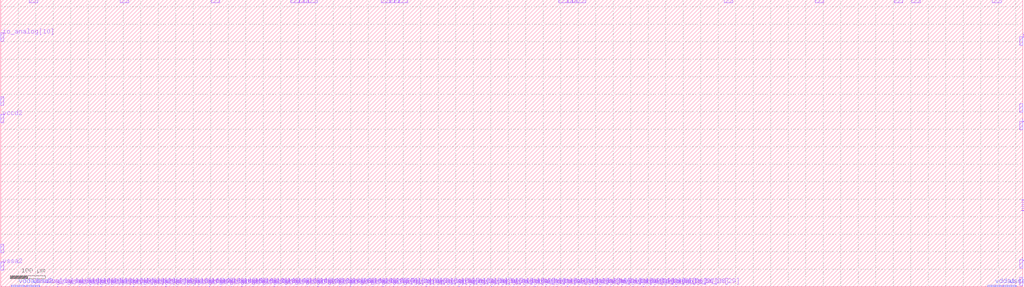
<source format=lef>
VERSION 5.8 ;
BUSBITCHARS "[]" ;
DIVIDERCHAR "/" ;
UNITS
  DATABASE MICRONS 1000 ;
END UNITS

MACRO analog_area
  FOREIGN analog_area ;


  SIZE 2920 BY 820 ;
  CLASS BLOCK ;
  PIN analog_la_out[0]
    DIRECTION inout ;
    USE signal ;
    SHAPE ABUTMENT ;
    PORT
      LAYER met3 ;
      RECT 100.0
           0.0
           100.56
           2.0 ;
    END
  END analog_la_out[0]
  PIN analog_la_out[1]
    DIRECTION inout ;
    USE signal ;
    SHAPE ABUTMENT ;
    PORT
      LAYER met3 ;
      RECT 131.0
           0.0
           131.56
           2.0 ;
    END
  END analog_la_out[1]
  PIN analog_la_out[2]
    DIRECTION inout ;
    USE signal ;
    SHAPE ABUTMENT ;
    PORT
      LAYER met3 ;
      RECT 162.0
           0.0
           162.56
           2.0 ;
    END
  END analog_la_out[2]
  PIN analog_la_out[3]
    DIRECTION inout ;
    USE signal ;
    SHAPE ABUTMENT ;
    PORT
      LAYER met3 ;
      RECT 193.0
           0.0
           193.56
           2.0 ;
    END
  END analog_la_out[3]
  PIN analog_la_out[4]
    DIRECTION inout ;
    USE signal ;
    SHAPE ABUTMENT ;
    PORT
      LAYER met3 ;
      RECT 224.0
           0.0
           224.56
           2.0 ;
    END
  END analog_la_out[4]
  PIN analog_la_out[5]
    DIRECTION inout ;
    USE signal ;
    SHAPE ABUTMENT ;
    PORT
      LAYER met3 ;
      RECT 255.0
           0.0
           255.56
           2.0 ;
    END
  END analog_la_out[5]
  PIN analog_la_out[6]
    DIRECTION inout ;
    USE signal ;
    SHAPE ABUTMENT ;
    PORT
      LAYER met3 ;
      RECT 286.0
           0.0
           286.56
           2.0 ;
    END
  END analog_la_out[6]
  PIN analog_la_out[7]
    DIRECTION inout ;
    USE signal ;
    SHAPE ABUTMENT ;
    PORT
      LAYER met3 ;
      RECT 317.0
           0.0
           317.56
           2.0 ;
    END
  END analog_la_out[7]
  PIN analog_la_out[8]
    DIRECTION inout ;
    USE signal ;
    SHAPE ABUTMENT ;
    PORT
      LAYER met3 ;
      RECT 348.0
           0.0
           348.56
           2.0 ;
    END
  END analog_la_out[8]
  PIN analog_la_out[9]
    DIRECTION inout ;
    USE signal ;
    SHAPE ABUTMENT ;
    PORT
      LAYER met3 ;
      RECT 379.0
           0.0
           379.56
           2.0 ;
    END
  END analog_la_out[9]
  PIN analog_la_out[10]
    DIRECTION inout ;
    USE signal ;
    SHAPE ABUTMENT ;
    PORT
      LAYER met3 ;
      RECT 410.0
           0.0
           410.56
           2.0 ;
    END
  END analog_la_out[10]
  PIN analog_la_out[11]
    DIRECTION inout ;
    USE signal ;
    SHAPE ABUTMENT ;
    PORT
      LAYER met3 ;
      RECT 441.0
           0.0
           441.56
           2.0 ;
    END
  END analog_la_out[11]
  PIN analog_la_out[12]
    DIRECTION inout ;
    USE signal ;
    SHAPE ABUTMENT ;
    PORT
      LAYER met3 ;
      RECT 472.0
           0.0
           472.56
           2.0 ;
    END
  END analog_la_out[12]
  PIN analog_la_out[13]
    DIRECTION inout ;
    USE signal ;
    SHAPE ABUTMENT ;
    PORT
      LAYER met3 ;
      RECT 503.0
           0.0
           503.56
           2.0 ;
    END
  END analog_la_out[13]
  PIN analog_la_out[14]
    DIRECTION inout ;
    USE signal ;
    SHAPE ABUTMENT ;
    PORT
      LAYER met3 ;
      RECT 534.0
           0.0
           534.56
           2.0 ;
    END
  END analog_la_out[14]
  PIN analog_la_out[15]
    DIRECTION inout ;
    USE signal ;
    SHAPE ABUTMENT ;
    PORT
      LAYER met3 ;
      RECT 565.0
           0.0
           565.56
           2.0 ;
    END
  END analog_la_out[15]
  PIN analog_la_out[16]
    DIRECTION inout ;
    USE signal ;
    SHAPE ABUTMENT ;
    PORT
      LAYER met3 ;
      RECT 596.0
           0.0
           596.56
           2.0 ;
    END
  END analog_la_out[16]
  PIN analog_la_out[17]
    DIRECTION inout ;
    USE signal ;
    SHAPE ABUTMENT ;
    PORT
      LAYER met3 ;
      RECT 627.0
           0.0
           627.56
           2.0 ;
    END
  END analog_la_out[17]
  PIN analog_la_out[18]
    DIRECTION inout ;
    USE signal ;
    SHAPE ABUTMENT ;
    PORT
      LAYER met3 ;
      RECT 658.0
           0.0
           658.56
           2.0 ;
    END
  END analog_la_out[18]
  PIN analog_la_out[19]
    DIRECTION inout ;
    USE signal ;
    SHAPE ABUTMENT ;
    PORT
      LAYER met3 ;
      RECT 689.0
           0.0
           689.56
           2.0 ;
    END
  END analog_la_out[19]
  PIN analog_la_out[20]
    DIRECTION inout ;
    USE signal ;
    SHAPE ABUTMENT ;
    PORT
      LAYER met3 ;
      RECT 720.0
           0.0
           720.56
           2.0 ;
    END
  END analog_la_out[20]
  PIN analog_la_out[21]
    DIRECTION inout ;
    USE signal ;
    SHAPE ABUTMENT ;
    PORT
      LAYER met3 ;
      RECT 751.0
           0.0
           751.56
           2.0 ;
    END
  END analog_la_out[21]
  PIN analog_la_out[22]
    DIRECTION inout ;
    USE signal ;
    SHAPE ABUTMENT ;
    PORT
      LAYER met3 ;
      RECT 782.0
           0.0
           782.56
           2.0 ;
    END
  END analog_la_out[22]
  PIN analog_la_out[23]
    DIRECTION inout ;
    USE signal ;
    SHAPE ABUTMENT ;
    PORT
      LAYER met3 ;
      RECT 813.0
           0.0
           813.56
           2.0 ;
    END
  END analog_la_out[23]
  PIN analog_la_out[24]
    DIRECTION inout ;
    USE signal ;
    SHAPE ABUTMENT ;
    PORT
      LAYER met3 ;
      RECT 844.0
           0.0
           844.56
           2.0 ;
    END
  END analog_la_out[24]
  PIN analog_la_out[25]
    DIRECTION inout ;
    USE signal ;
    SHAPE ABUTMENT ;
    PORT
      LAYER met3 ;
      RECT 875.0
           0.0
           875.56
           2.0 ;
    END
  END analog_la_out[25]
  PIN analog_la_out[26]
    DIRECTION inout ;
    USE signal ;
    SHAPE ABUTMENT ;
    PORT
      LAYER met3 ;
      RECT 906.0
           0.0
           906.56
           2.0 ;
    END
  END analog_la_out[26]
  PIN analog_la_out[27]
    DIRECTION inout ;
    USE signal ;
    SHAPE ABUTMENT ;
    PORT
      LAYER met3 ;
      RECT 937.0
           0.0
           937.56
           2.0 ;
    END
  END analog_la_out[27]
  PIN analog_la_out[28]
    DIRECTION inout ;
    USE signal ;
    SHAPE ABUTMENT ;
    PORT
      LAYER met3 ;
      RECT 968.0
           0.0
           968.56
           2.0 ;
    END
  END analog_la_out[28]
  PIN analog_la_out[29]
    DIRECTION inout ;
    USE signal ;
    SHAPE ABUTMENT ;
    PORT
      LAYER met3 ;
      RECT 999.0
           0.0
           999.56
           2.0 ;
    END
  END analog_la_out[29]
  PIN analog_la_in[0]
    DIRECTION inout ;
    USE signal ;
    SHAPE ABUTMENT ;
    PORT
      LAYER met3 ;
      RECT 1030.0
           0.0
           1030.56
           2.0 ;
    END
  END analog_la_in[0]
  PIN analog_la_in[1]
    DIRECTION inout ;
    USE signal ;
    SHAPE ABUTMENT ;
    PORT
      LAYER met3 ;
      RECT 1061.0
           0.0
           1061.56
           2.0 ;
    END
  END analog_la_in[1]
  PIN analog_la_in[2]
    DIRECTION inout ;
    USE signal ;
    SHAPE ABUTMENT ;
    PORT
      LAYER met3 ;
      RECT 1092.0
           0.0
           1092.56
           2.0 ;
    END
  END analog_la_in[2]
  PIN analog_la_in[3]
    DIRECTION inout ;
    USE signal ;
    SHAPE ABUTMENT ;
    PORT
      LAYER met3 ;
      RECT 1123.0
           0.0
           1123.56
           2.0 ;
    END
  END analog_la_in[3]
  PIN analog_la_in[4]
    DIRECTION inout ;
    USE signal ;
    SHAPE ABUTMENT ;
    PORT
      LAYER met3 ;
      RECT 1154.0
           0.0
           1154.56
           2.0 ;
    END
  END analog_la_in[4]
  PIN analog_la_in[5]
    DIRECTION inout ;
    USE signal ;
    SHAPE ABUTMENT ;
    PORT
      LAYER met3 ;
      RECT 1185.0
           0.0
           1185.56
           2.0 ;
    END
  END analog_la_in[5]
  PIN analog_la_in[6]
    DIRECTION inout ;
    USE signal ;
    SHAPE ABUTMENT ;
    PORT
      LAYER met3 ;
      RECT 1216.0
           0.0
           1216.56
           2.0 ;
    END
  END analog_la_in[6]
  PIN analog_la_in[7]
    DIRECTION inout ;
    USE signal ;
    SHAPE ABUTMENT ;
    PORT
      LAYER met3 ;
      RECT 1247.0
           0.0
           1247.56
           2.0 ;
    END
  END analog_la_in[7]
  PIN analog_la_in[8]
    DIRECTION inout ;
    USE signal ;
    SHAPE ABUTMENT ;
    PORT
      LAYER met3 ;
      RECT 1278.0
           0.0
           1278.56
           2.0 ;
    END
  END analog_la_in[8]
  PIN analog_la_in[9]
    DIRECTION inout ;
    USE signal ;
    SHAPE ABUTMENT ;
    PORT
      LAYER met3 ;
      RECT 1309.0
           0.0
           1309.56
           2.0 ;
    END
  END analog_la_in[9]
  PIN analog_la_in[10]
    DIRECTION inout ;
    USE signal ;
    SHAPE ABUTMENT ;
    PORT
      LAYER met3 ;
      RECT 1340.0
           0.0
           1340.56
           2.0 ;
    END
  END analog_la_in[10]
  PIN analog_la_in[11]
    DIRECTION inout ;
    USE signal ;
    SHAPE ABUTMENT ;
    PORT
      LAYER met3 ;
      RECT 1371.0
           0.0
           1371.56
           2.0 ;
    END
  END analog_la_in[11]
  PIN analog_la_in[12]
    DIRECTION inout ;
    USE signal ;
    SHAPE ABUTMENT ;
    PORT
      LAYER met3 ;
      RECT 1402.0
           0.0
           1402.56
           2.0 ;
    END
  END analog_la_in[12]
  PIN analog_la_in[13]
    DIRECTION inout ;
    USE signal ;
    SHAPE ABUTMENT ;
    PORT
      LAYER met3 ;
      RECT 1433.0
           0.0
           1433.56
           2.0 ;
    END
  END analog_la_in[13]
  PIN analog_la_in[14]
    DIRECTION inout ;
    USE signal ;
    SHAPE ABUTMENT ;
    PORT
      LAYER met3 ;
      RECT 1464.0
           0.0
           1464.56
           2.0 ;
    END
  END analog_la_in[14]
  PIN analog_la_in[15]
    DIRECTION inout ;
    USE signal ;
    SHAPE ABUTMENT ;
    PORT
      LAYER met3 ;
      RECT 1495.0
           0.0
           1495.56
           2.0 ;
    END
  END analog_la_in[15]
  PIN analog_la_in[16]
    DIRECTION inout ;
    USE signal ;
    SHAPE ABUTMENT ;
    PORT
      LAYER met3 ;
      RECT 1526.0
           0.0
           1526.56
           2.0 ;
    END
  END analog_la_in[16]
  PIN analog_la_in[17]
    DIRECTION inout ;
    USE signal ;
    SHAPE ABUTMENT ;
    PORT
      LAYER met3 ;
      RECT 1557.0
           0.0
           1557.56
           2.0 ;
    END
  END analog_la_in[17]
  PIN analog_la_in[18]
    DIRECTION inout ;
    USE signal ;
    SHAPE ABUTMENT ;
    PORT
      LAYER met3 ;
      RECT 1588.0
           0.0
           1588.56
           2.0 ;
    END
  END analog_la_in[18]
  PIN analog_la_in[19]
    DIRECTION inout ;
    USE signal ;
    SHAPE ABUTMENT ;
    PORT
      LAYER met3 ;
      RECT 1619.0
           0.0
           1619.56
           2.0 ;
    END
  END analog_la_in[19]
  PIN analog_la_in[20]
    DIRECTION inout ;
    USE signal ;
    SHAPE ABUTMENT ;
    PORT
      LAYER met3 ;
      RECT 1650.0
           0.0
           1650.56
           2.0 ;
    END
  END analog_la_in[20]
  PIN analog_la_in[21]
    DIRECTION inout ;
    USE signal ;
    SHAPE ABUTMENT ;
    PORT
      LAYER met3 ;
      RECT 1681.0
           0.0
           1681.56
           2.0 ;
    END
  END analog_la_in[21]
  PIN analog_la_in[22]
    DIRECTION inout ;
    USE signal ;
    SHAPE ABUTMENT ;
    PORT
      LAYER met3 ;
      RECT 1712.0
           0.0
           1712.56
           2.0 ;
    END
  END analog_la_in[22]
  PIN analog_la_in[23]
    DIRECTION inout ;
    USE signal ;
    SHAPE ABUTMENT ;
    PORT
      LAYER met3 ;
      RECT 1743.0
           0.0
           1743.56
           2.0 ;
    END
  END analog_la_in[23]
  PIN analog_la_in[24]
    DIRECTION inout ;
    USE signal ;
    SHAPE ABUTMENT ;
    PORT
      LAYER met3 ;
      RECT 1774.0
           0.0
           1774.56
           2.0 ;
    END
  END analog_la_in[24]
  PIN analog_la_in[25]
    DIRECTION inout ;
    USE signal ;
    SHAPE ABUTMENT ;
    PORT
      LAYER met3 ;
      RECT 1805.0
           0.0
           1805.56
           2.0 ;
    END
  END analog_la_in[25]
  PIN analog_la_in[26]
    DIRECTION inout ;
    USE signal ;
    SHAPE ABUTMENT ;
    PORT
      LAYER met3 ;
      RECT 1836.0
           0.0
           1836.56
           2.0 ;
    END
  END analog_la_in[26]
  PIN analog_la_in[27]
    DIRECTION inout ;
    USE signal ;
    SHAPE ABUTMENT ;
    PORT
      LAYER met3 ;
      RECT 1867.0
           0.0
           1867.56
           2.0 ;
    END
  END analog_la_in[27]
  PIN analog_la_in[28]
    DIRECTION inout ;
    USE signal ;
    SHAPE ABUTMENT ;
    PORT
      LAYER met3 ;
      RECT 1898.0
           0.0
           1898.56
           2.0 ;
    END
  END analog_la_in[28]
  PIN analog_la_in[29]
    DIRECTION inout ;
    USE signal ;
    SHAPE ABUTMENT ;
    PORT
      LAYER met3 ;
      RECT 1929.0
           0.0
           1929.56
           2.0 ;
    END
  END analog_la_in[29]
  PIN gpio_analog[6]
    DIRECTION INOUT ;
    USE SIGNAL ;
    SHAPE ABUTMENT ;
    PORT
      LAYER met3 ;
      RECT 2917.6
           217.81
           2924.0
           218.37 ;
    END
  END gpio_analog[6]
  PIN gpio_noesd[6]
    DIRECTION INOUT ;
    USE SIGNAL ;
    SHAPE ABUTMENT ;
    PORT
      LAYER met3 ;
      RECT 2917.6
           223.72
           2924.0
           224.28 ;
    END
  END gpio_noesd[6]
  PIN io_analog[0]
    DIRECTION INOUT ;
    USE SIGNAL ;
    SHAPE ABUTMENT ;
    PORT
      LAYER met3 ;
      RECT 2911.5
           689.92
           2920.0
           714.92 ;
    END
  END io_analog[0]
  PIN io_analog[10]
    DIRECTION INOUT ;
    USE SIGNAL ;
    SHAPE ABUTMENT ;
    PORT
      LAYER met3 ;
      RECT 0.0
           701.21
           8.5
           726.21 ;
    END
  END io_analog[10]
  PIN io_analog[1]
    DIRECTION INOUT ;
    USE SIGNAL ;
    SHAPE ABUTMENT ;
    PORT
      LAYER met3 ;
      RECT 2832.97
           811.5
           2857.97
           820.0 ;
    END
  END io_analog[1]
  PIN io_analog[2]
    DIRECTION INOUT ;
    USE SIGNAL ;
    SHAPE ABUTMENT ;
    PORT
      LAYER met3 ;
      RECT 2326.97
           811.5
           2351.97
           820.0 ;
    END
  END io_analog[2]
  PIN io_analog[3]
    DIRECTION INOUT ;
    USE SIGNAL ;
    SHAPE ABUTMENT ;
    PORT
      LAYER met3 ;
      RECT 2066.97
           811.5
           2091.97
           820.0 ;
    END
  END io_analog[3]
  PIN io_analog[4]
    DIRECTION INOUT ;
    USE SIGNAL ;
    SHAPE ABUTMENT ;
    PORT
      LAYER met3 ;
      RECT 1646.47
           811.5
           1671.47
           820.0 ;
      LAYER met3 ;
      RECT 1594.97
           811.5
           1619.97
           820.0 ;
    END
  END io_analog[4]
  PIN io_analog[5]
    DIRECTION INOUT ;
    USE SIGNAL ;
    SHAPE ABUTMENT ;
    PORT
      LAYER met3 ;
      RECT 1137.97
           811.5
           1162.97
           820.0 ;
      LAYER met3 ;
      RECT 1086.47
           811.5
           1111.47
           820.0 ;
    END
  END io_analog[5]
  PIN io_analog[6]
    DIRECTION INOUT ;
    USE SIGNAL ;
    SHAPE ABUTMENT ;
    PORT
      LAYER met3 ;
      RECT 879.47
           811.5
           904.47
           820.0 ;
      LAYER met3 ;
      RECT 827.97
           811.5
           852.97
           820.0 ;
    END
  END io_analog[6]
  PIN io_analog[7]
    DIRECTION INOUT ;
    USE SIGNAL ;
    SHAPE ABUTMENT ;
    PORT
      LAYER met3 ;
      RECT 600.97
           811.5
           625.97
           820.0 ;
    END
  END io_analog[7]
  PIN io_analog[8]
    DIRECTION INOUT ;
    USE SIGNAL ;
    SHAPE ABUTMENT ;
    PORT
      LAYER met3 ;
      RECT 340.97
           811.5
           365.97
           820.0 ;
    END
  END io_analog[8]
  PIN io_analog[9]
    DIRECTION INOUT ;
    USE SIGNAL ;
    SHAPE ABUTMENT ;
    PORT
      LAYER met3 ;
      RECT 80.97
           811.5
           105.97
           820.0 ;
    END
  END io_analog[9]
  PIN io_clamp_high[0]
    DIRECTION INOUT ;
    USE SIGNAL ;
    SHAPE ABUTMENT ;
    PORT
      LAYER met3 ;
      RECT 1633.97
           811.5
           1644.97
           820.0 ;
    END
  END io_clamp_high[0]
  PIN io_clamp_high[1]
    DIRECTION INOUT ;
    USE SIGNAL ;
    SHAPE ABUTMENT ;
    PORT
      LAYER met3 ;
      RECT 1125.47
           811.5
           1136.47
           820.0 ;
    END
  END io_clamp_high[1]
  PIN io_clamp_high[2]
    DIRECTION INOUT ;
    USE SIGNAL ;
    SHAPE ABUTMENT ;
    PORT
      LAYER met3 ;
      RECT 866.97
           811.5
           877.97
           820.0 ;
    END
  END io_clamp_high[2]
  PIN io_clamp_low[0]
    DIRECTION INOUT ;
    USE SIGNAL ;
    SHAPE ABUTMENT ;
    PORT
      LAYER met3 ;
      RECT 1621.47
           811.5
           1632.47
           820.0 ;
    END
  END io_clamp_low[0]
  PIN io_clamp_low[1]
    DIRECTION INOUT ;
    USE SIGNAL ;
    SHAPE ABUTMENT ;
    PORT
      LAYER met3 ;
      RECT 1112.97
           811.5
           1123.97
           820.0 ;
    END
  END io_clamp_low[1]
  PIN io_clamp_low[2]
    DIRECTION INOUT ;
    USE SIGNAL ;
    SHAPE ABUTMENT ;
    PORT
      LAYER met3 ;
      RECT 854.47
           811.5
           865.47
           820.0 ;
    END
  END io_clamp_low[2]
  PIN io_in[13]
    DIRECTION INPUT ;
    USE SIGNAL ;
    SHAPE ABUTMENT ;
    PORT
      LAYER met3 ;
      RECT 2917.6
           235.54
           2924.0
           236.1 ;
    END
  END io_in[13]
  PIN io_in_3v3[13]
    DIRECTION INPUT ;
    USE SIGNAL ;
    SHAPE ABUTMENT ;
    PORT
      LAYER met3 ;
      RECT 2917.6
           229.63
           2924.0
           230.19 ;
    END
  END io_in_3v3[13]
  PIN io_oeb[13]
    DIRECTION OUTPUT ;
    USE SIGNAL ;
    SHAPE ABUTMENT ;
    PORT
      LAYER met3 ;
      RECT 2917.6
           247.36
           2924.0
           247.92 ;
    END
  END io_oeb[13]
  PIN io_out[13]
    DIRECTION OUTPUT ;
    USE SIGNAL ;
    SHAPE ABUTMENT ;
    PORT
      LAYER met3 ;
      RECT 2917.6
           241.45
           2924.0
           242.01 ;
    END
  END io_out[13]
  PIN vccd1
    DIRECTION INOUT ;
    USE SIGNAL ;
    SHAPE ABUTMENT ;
    PORT
      LAYER met3 ;
      RECT 2911.7
           498.92
           2920.0
           522.92 ;
      LAYER met3 ;
      RECT 2911.7
           448.92
           2920.0
           472.92 ;
    END
  END vccd1
  PIN vccd2
    DIRECTION INOUT ;
    USE SIGNAL ;
    SHAPE ABUTMENT ;
    PORT
      LAYER met3 ;
      RECT 0.0
           519.21
           8.3
           543.21 ;
      LAYER met3 ;
      RECT 0.0
           469.21
           8.3
           493.21 ;
    END
  END vccd2
  PIN vdda1
    DIRECTION INOUT ;
    USE SIGNAL ;
    SHAPE ABUTMENT ;
    PORT
      LAYER met3 ;
      RECT 2911.7
           2.81
           2920.0
           26.81 ;
      LAYER met3 ;
      RECT 2911.7
           52.81
           2920.0
           76.81 ;
      LAYER met4 ;
      RECT 2820.49
           0.0
           2858.99
           4.0 ;
    END
  END vdda1
  PIN vssa1
    DIRECTION INOUT ;
    USE SIGNAL ;
    SHAPE ABUTMENT ;
    PORT
      LAYER met3 ;
      RECT 2602.97
           811.7
           2626.97
           820.0 ;
      LAYER met3 ;
      RECT 2552.97
           811.7
           2576.97
           820.0 ;
      LAYER met4 ;
      RECT 2862.29
           0.0
           2900.79
           4.0 ;
    END
  END vssa1
  PIN vssa2
    DIRECTION INOUT ;
    USE SIGNAL ;
    SHAPE ABUTMENT ;
    PORT
      LAYER met3 ;
      RECT 0.0
           97.21
           8.3
           121.21 ;
      LAYER met3 ;
      RECT 0.0
           47.21
           8.3
           71.21 ;
    END
  END vssa2
  PIN vdda2
    DIRECTION inout ;
    USE signal ;
    SHAPE ABUTMENT ;
    PORT
      LAYER met4 ;
      RECT 30.49
           0.0
           68.99
           4.0 ;
    END
  END vdda2
  PIN vssd2
    DIRECTION inout ;
    USE signal ;
    SHAPE ABUTMENT ;
    PORT
      LAYER met4 ;
      RECT 72.29
           0.0
           110.79
           4.0 ;
    END
  END vssd2


END analog_area

END LIBRARY
</source>
